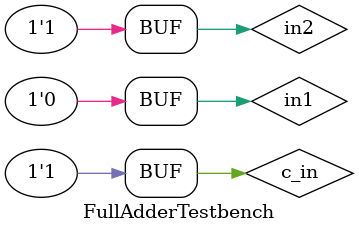
<source format=v>
`timescale 1ns / 1ps

/*
	Assignment Number: 3
	Problem Number: 1 Ripple Carry Adder
	Semester Number: 5
	Group Number: 22 
	Group Members: Nikhil Saraswat(20CS10039), Amit Kumar (20CS30003)
*/
//////////////////////////////////////////////////////////////////////////////////

module FullAdderTestbench;

	// uut is the unit under test
	FullAdder uut (
		.c_out(c_out),
		.sum(sum),
		.c_in(c_in),
		.in1(in1), 
		.in2(in2)
	);

	// Inputs
	reg in1, in2, c_in;

	// Outputs 
	wire sum, c_out;



	initial begin
		$monitor ("in1 = %d, in2 = %d, c_in = %d, c_out = %d, sum = %d", in1, in2, c_in, c_out, sum); // $monitor is a verilog command to print the values of the inputs and outputs
		// Initialize Inputs
		c_in = 1; in1 = 0; in2 = 0; // first test data
		#100;					    // wait for 100 cycles
		c_in = 0; in1 = 1; in2 = 1;	// second test data
		#100;						// wait for 100 cycles
		c_in = 0; in1 = 0; in2 = 1;	// third test data
		#100;						// wait for 100 cycles
		c_in = 0; in1 = 1; in2 = 0;	// fourth test data
		#100;						// wait for 100 cycles
		c_in = 1; in1 = 1; in2 = 0;	// fifth test data
		#100;						// wait for 100 cycles
		c_in = 1; in1 = 1; in2 = 1;	// sixth test data
		#100;						// wait for 100 cycles
		c_in = 0; in1 = 0; in2 = 0;	// seventh test data
		#100;						// wait for 100 cycles
		c_in = 1; in1 = 0; in2 = 1;	// eighth test data
		end
      
endmodule						// end of module


</source>
